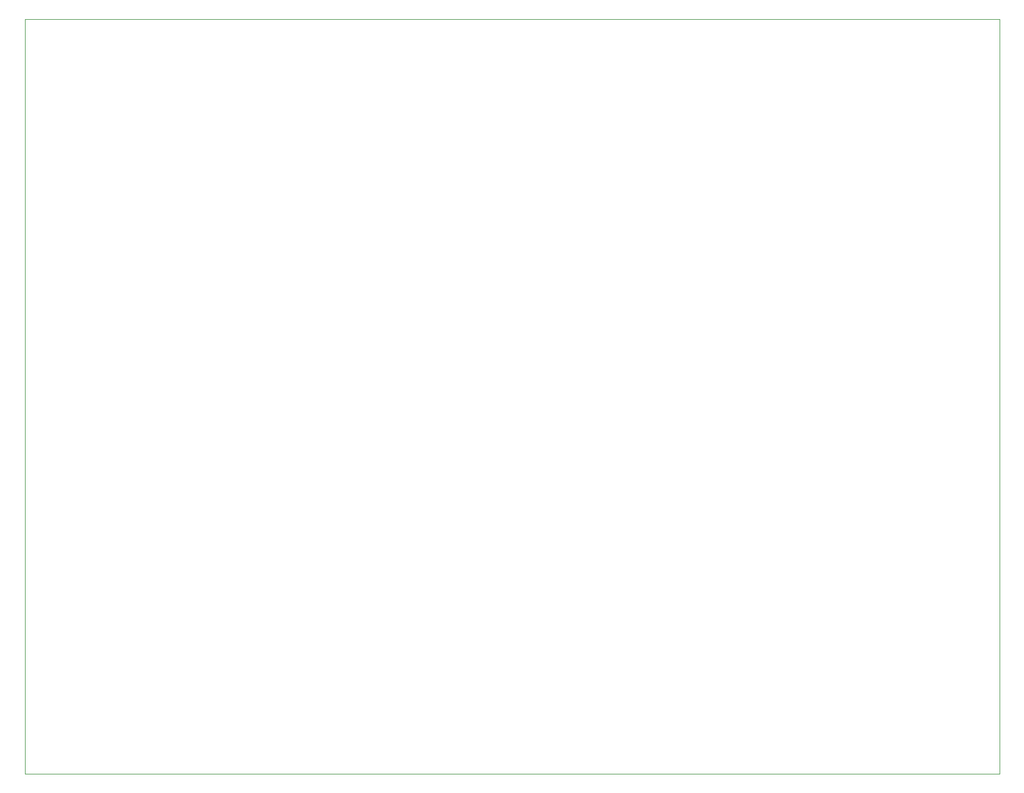
<source format=gbr>
G04 (created by PCBNEW (2013-07-07 BZR 4022)-stable) date 27/01/2014 20:06:07*
%MOIN*%
G04 Gerber Fmt 3.4, Leading zero omitted, Abs format*
%FSLAX34Y34*%
G01*
G70*
G90*
G04 APERTURE LIST*
%ADD10C,0.00590551*%
%ADD11C,0.00393701*%
G04 APERTURE END LIST*
G54D10*
G54D11*
X55905Y0D02*
X0Y0D01*
X55905Y43307D02*
X55905Y0D01*
X0Y43307D02*
X55905Y43307D01*
X0Y0D02*
X0Y43307D01*
M02*

</source>
